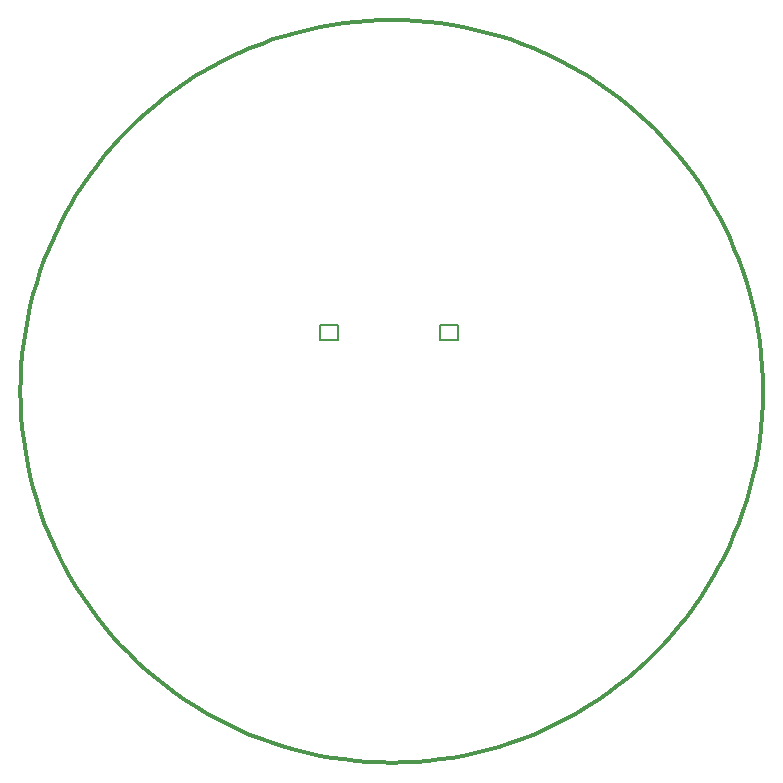
<source format=gbr>
%TF.GenerationSoftware,KiCad,Pcbnew,(6.0.5)*%
%TF.CreationDate,2023-05-26T14:33:48-04:00*%
%TF.ProjectId,Robocat Pin,526f626f-6361-4742-9050-696e2e6b6963,rev?*%
%TF.SameCoordinates,Original*%
%TF.FileFunction,Profile,NP*%
%FSLAX46Y46*%
G04 Gerber Fmt 4.6, Leading zero omitted, Abs format (unit mm)*
G04 Created by KiCad (PCBNEW (6.0.5)) date 2023-05-26 14:33:48*
%MOMM*%
%LPD*%
G01*
G04 APERTURE LIST*
%ADD10C,0.300000*%
%TA.AperFunction,Profile*%
%ADD11C,0.150000*%
%TD*%
%TA.AperFunction,Profile*%
%ADD12C,0.300000*%
%TD*%
G04 APERTURE END LIST*
D10*
X68643500Y-79842690D02*
X69544233Y-79302464D01*
X70422673Y-78735052D01*
X71278406Y-78141171D01*
X72111019Y-77521535D01*
X72920098Y-76876860D01*
X73705231Y-76207863D01*
X74466005Y-75515259D01*
X75202005Y-74799763D01*
X75912819Y-74062092D01*
X76598034Y-73302960D01*
X77257236Y-72523085D01*
X77890012Y-71723181D01*
X78495950Y-70903964D01*
X79074635Y-70066150D01*
X79625654Y-69210455D01*
X80148595Y-68337595D01*
X80643043Y-67448284D01*
X81108587Y-66543240D01*
X81544812Y-65623177D01*
X81951306Y-64688812D01*
X82327654Y-63740859D01*
X82673445Y-62780035D01*
X82988264Y-61807056D01*
X83271699Y-60822638D01*
X83523336Y-59827495D01*
X83742763Y-58822344D01*
X83929565Y-57807900D01*
X84083329Y-56784880D01*
X84203643Y-55753998D01*
X84290093Y-54715971D01*
X84342267Y-53671515D01*
X84359750Y-52621345D01*
X37211000Y-79842690D02*
X38129216Y-80352634D01*
X39059829Y-80829679D01*
X40002012Y-81273824D01*
X40954939Y-81685070D01*
X41917783Y-82063416D01*
X42889718Y-82408862D01*
X43869918Y-82721409D01*
X44857555Y-83001056D01*
X45851804Y-83247803D01*
X46851838Y-83461651D01*
X47856831Y-83642599D01*
X48865956Y-83790647D01*
X49878387Y-83905796D01*
X50893297Y-83988045D01*
X51909860Y-84037394D01*
X52927250Y-84053844D01*
X53944639Y-84037394D01*
X54961202Y-83988045D01*
X55976112Y-83905796D01*
X56988543Y-83790647D01*
X57997668Y-83642599D01*
X59002661Y-83461651D01*
X60002695Y-83247803D01*
X60996944Y-83001056D01*
X61984581Y-82721409D01*
X62964781Y-82408862D01*
X63936716Y-82063416D01*
X64899560Y-81685070D01*
X65852487Y-81273824D01*
X66794670Y-80829679D01*
X67725283Y-80352634D01*
X68643500Y-79842690D01*
X84359750Y-52621345D02*
X84342267Y-51571174D01*
X84290093Y-50526718D01*
X84203643Y-49488691D01*
X84083329Y-48457810D01*
X83929565Y-47434789D01*
X83742763Y-46420346D01*
X83523336Y-45415195D01*
X83271699Y-44420052D01*
X82988264Y-43435633D01*
X82673445Y-42462654D01*
X82327654Y-41501830D01*
X81951306Y-40553878D01*
X81544812Y-39619512D01*
X81108587Y-38699450D01*
X80643043Y-37794405D01*
X80148595Y-36905095D01*
X79625654Y-36032234D01*
X79074635Y-35176539D01*
X78495950Y-34338725D01*
X77890012Y-33519508D01*
X77257236Y-32719604D01*
X76598034Y-31939729D01*
X75912819Y-31180598D01*
X75202005Y-30442926D01*
X74466005Y-29727430D01*
X73705231Y-29034826D01*
X72920098Y-28365829D01*
X72111019Y-27721154D01*
X71278406Y-27101518D01*
X70422673Y-26507637D01*
X69544233Y-25940225D01*
X68643500Y-25400000D01*
D11*
X57023000Y-46964600D02*
X58521600Y-46964600D01*
X58521600Y-46964600D02*
X58521600Y-48285400D01*
X58521600Y-48285400D02*
X57023000Y-48285400D01*
X57023000Y-48285400D02*
X57023000Y-46964600D01*
D10*
X37211000Y-25400000D02*
X36310266Y-25940225D01*
X35431826Y-26507637D01*
X34576093Y-27101518D01*
X33743480Y-27721154D01*
X32934401Y-28365829D01*
X32149268Y-29034826D01*
X31388494Y-29727430D01*
X30652494Y-30442926D01*
X29941680Y-31180598D01*
X29256465Y-31939729D01*
X28597263Y-32719604D01*
X27964487Y-33519508D01*
X27358549Y-34338725D01*
X26779864Y-35176539D01*
X26228845Y-36032234D01*
X25705904Y-36905095D01*
X25211456Y-37794405D01*
X24745912Y-38699450D01*
X24309687Y-39619512D01*
X23903193Y-40553878D01*
X23526845Y-41501830D01*
X23181054Y-42462654D01*
X22866235Y-43435633D01*
X22582800Y-44420052D01*
X22331163Y-45415195D01*
X22111736Y-46420346D01*
X21924934Y-47434789D01*
X21771170Y-48457810D01*
X21650856Y-49488691D01*
X21564406Y-50526718D01*
X21512232Y-51571174D01*
X21494750Y-52621345D01*
D11*
X46888400Y-46964600D02*
X48387000Y-46964600D01*
X48387000Y-46964600D02*
X48387000Y-48285400D01*
X48387000Y-48285400D02*
X46888400Y-48285400D01*
X46888400Y-48285400D02*
X46888400Y-46964600D01*
D12*
X84359750Y-52621345D02*
X84359750Y-52621345D01*
D10*
X68643500Y-25400000D02*
X67725283Y-24890055D01*
X66794670Y-24413010D01*
X65852487Y-23968865D01*
X64899560Y-23557619D01*
X63936716Y-23179273D01*
X62964781Y-22833827D01*
X61984581Y-22521280D01*
X60996944Y-22241633D01*
X60002695Y-21994886D01*
X59002661Y-21781038D01*
X57997668Y-21600090D01*
X56988543Y-21452042D01*
X55976112Y-21336893D01*
X54961202Y-21254644D01*
X53944639Y-21205295D01*
X52927250Y-21188845D01*
X51909860Y-21205295D01*
X50893297Y-21254644D01*
X49878387Y-21336893D01*
X48865956Y-21452042D01*
X47856831Y-21600090D01*
X46851838Y-21781038D01*
X45851804Y-21994886D01*
X44857555Y-22241633D01*
X43869918Y-22521280D01*
X42889718Y-22833827D01*
X41917783Y-23179273D01*
X40954939Y-23557619D01*
X40002012Y-23968865D01*
X39059829Y-24413010D01*
X38129216Y-24890055D01*
X37211000Y-25400000D01*
X21494750Y-52621345D02*
X21512232Y-53671515D01*
X21564406Y-54715971D01*
X21650856Y-55753998D01*
X21771170Y-56784880D01*
X21924934Y-57807900D01*
X22111736Y-58822344D01*
X22331163Y-59827495D01*
X22582800Y-60822638D01*
X22866235Y-61807056D01*
X23181054Y-62780035D01*
X23526845Y-63740859D01*
X23903193Y-64688812D01*
X24309687Y-65623177D01*
X24745912Y-66543240D01*
X25211456Y-67448284D01*
X25705904Y-68337595D01*
X26228845Y-69210455D01*
X26779864Y-70066150D01*
X27358549Y-70903964D01*
X27964487Y-71723181D01*
X28597263Y-72523085D01*
X29256465Y-73302960D01*
X29941680Y-74062092D01*
X30652494Y-74799763D01*
X31388494Y-75515259D01*
X32149268Y-76207863D01*
X32934401Y-76876860D01*
X33743480Y-77521535D01*
X34576093Y-78141171D01*
X35431826Y-78735052D01*
X36310266Y-79302464D01*
X37211000Y-79842690D01*
M02*

</source>
